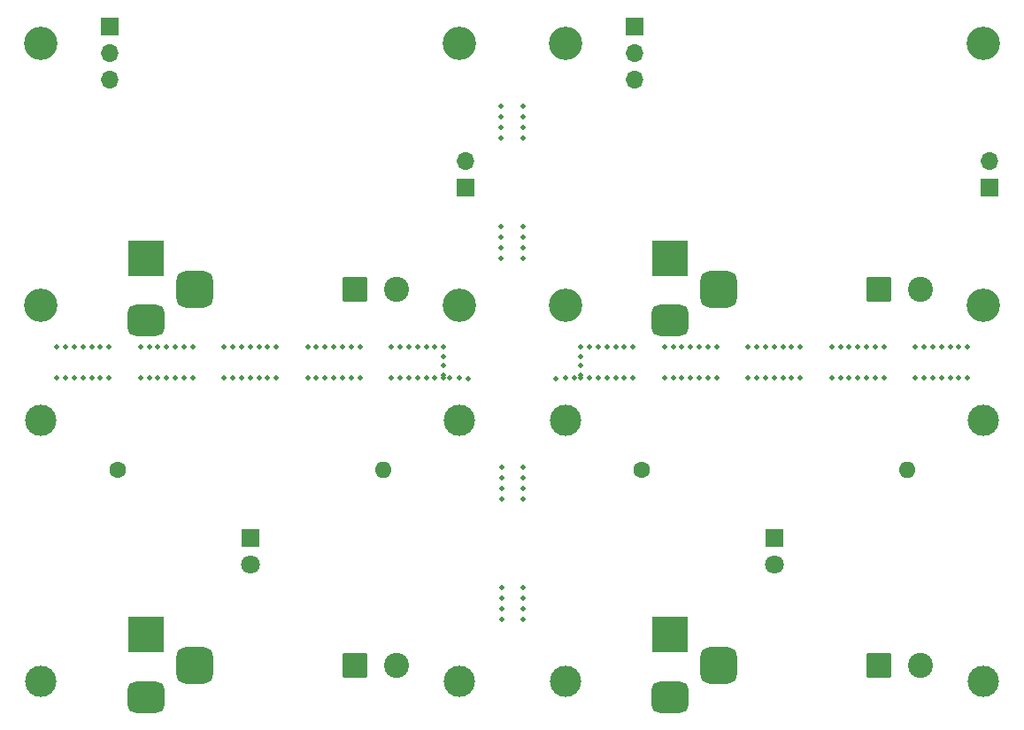
<source format=gbr>
%TF.GenerationSoftware,KiCad,Pcbnew,7.0.10*%
%TF.CreationDate,2024-03-03T12:06:43+01:00*%
%TF.ProjectId,explorer-panel,6578706c-6f72-4657-922d-70616e656c2e,rev?*%
%TF.SameCoordinates,Original*%
%TF.FileFunction,Soldermask,Bot*%
%TF.FilePolarity,Negative*%
%FSLAX46Y46*%
G04 Gerber Fmt 4.6, Leading zero omitted, Abs format (unit mm)*
G04 Created by KiCad (PCBNEW 7.0.10) date 2024-03-03 12:06:43*
%MOMM*%
%LPD*%
G01*
G04 APERTURE LIST*
G04 Aperture macros list*
%AMRoundRect*
0 Rectangle with rounded corners*
0 $1 Rounding radius*
0 $2 $3 $4 $5 $6 $7 $8 $9 X,Y pos of 4 corners*
0 Add a 4 corners polygon primitive as box body*
4,1,4,$2,$3,$4,$5,$6,$7,$8,$9,$2,$3,0*
0 Add four circle primitives for the rounded corners*
1,1,$1+$1,$2,$3*
1,1,$1+$1,$4,$5*
1,1,$1+$1,$6,$7*
1,1,$1+$1,$8,$9*
0 Add four rect primitives between the rounded corners*
20,1,$1+$1,$2,$3,$4,$5,0*
20,1,$1+$1,$4,$5,$6,$7,0*
20,1,$1+$1,$6,$7,$8,$9,0*
20,1,$1+$1,$8,$9,$2,$3,0*%
G04 Aperture macros list end*
%ADD10C,0.500000*%
%ADD11R,3.500000X3.500000*%
%ADD12RoundRect,0.750000X1.000000X-0.750000X1.000000X0.750000X-1.000000X0.750000X-1.000000X-0.750000X0*%
%ADD13RoundRect,0.875000X0.875000X-0.875000X0.875000X0.875000X-0.875000X0.875000X-0.875000X-0.875000X0*%
%ADD14C,3.200000*%
%ADD15RoundRect,0.250001X-0.949999X-0.949999X0.949999X-0.949999X0.949999X0.949999X-0.949999X0.949999X0*%
%ADD16C,2.400000*%
%ADD17R,1.800000X1.800000*%
%ADD18C,1.800000*%
%ADD19R,1.700000X1.700000*%
%ADD20O,1.700000X1.700000*%
%ADD21C,3.000000*%
%ADD22C,1.600000*%
%ADD23O,1.600000X1.600000*%
G04 APERTURE END LIST*
D10*
%TO.C,KiKit_MB_9_2*%
X50128000Y-46542666D03*
%TD*%
%TO.C,KiKit_MB_4_6*%
X80525333Y-33000000D03*
%TD*%
%TO.C,KiKit_MB_4_2*%
X33730666Y-33000000D03*
%TD*%
%TO.C,KiKit_MB_8_4*%
X55692000Y-35674143D03*
%TD*%
%TO.C,KiKit_MB_7_4*%
X50192000Y-21521334D03*
%TD*%
D11*
%TO.C,J2*%
X64192000Y-24500000D03*
D12*
X64192000Y-30500000D03*
D13*
X68892000Y-27500000D03*
%TD*%
D10*
%TO.C,KiKit_MB_9_7*%
X84692000Y-35936000D03*
%TD*%
%TO.C,KiKit_MB_3_4*%
X74192000Y-33000000D03*
%TD*%
D14*
%TO.C,H2*%
X94192000Y-4000000D03*
%TD*%
D10*
%TO.C,KiKit_MB_9_3*%
X81358666Y-35936000D03*
%TD*%
D14*
%TO.C,H2*%
X44064000Y-4000000D03*
%TD*%
D10*
%TO.C,KiKit_MB_1_1*%
X60692000Y-33000000D03*
%TD*%
%TO.C,KiKit_MB_8_5*%
X24897333Y-35936000D03*
%TD*%
%TO.C,KiKit_MB_1_6*%
X56525334Y-33000000D03*
%TD*%
%TO.C,KiKit_MB_10_5*%
X91025333Y-35936000D03*
%TD*%
%TO.C,KiKit_MB_5_2*%
X48128000Y-57053333D03*
%TD*%
%TO.C,KiKit_MB_10_5*%
X40897333Y-35936000D03*
%TD*%
D15*
%TO.C,_J1*%
X34064000Y-63500000D03*
D16*
X38024000Y-63500000D03*
%TD*%
D10*
%TO.C,KiKit_MB_2_3*%
X16897334Y-33000000D03*
%TD*%
%TO.C,KiKit_MB_3_3*%
X24897333Y-33000000D03*
%TD*%
D17*
%TO.C,_D2*%
X74192000Y-51250000D03*
D18*
X74192000Y-53790000D03*
%TD*%
D10*
%TO.C,KiKit_MB_6_7*%
X60692000Y-35936000D03*
%TD*%
%TO.C,KiKit_MB_6_5*%
X8897334Y-35936000D03*
%TD*%
%TO.C,KiKit_MB_6_1*%
X5564000Y-35936000D03*
%TD*%
%TO.C,KiKit_MB_2_5*%
X65358667Y-33000000D03*
%TD*%
D19*
%TO.C,JPROG1*%
X10668000Y-2349000D03*
D20*
X10668000Y-4889000D03*
X10668000Y-7429000D03*
%TD*%
D21*
%TO.C,_H2*%
X94192000Y-40000000D03*
%TD*%
D10*
%TO.C,KiKit_MB_10_2*%
X88525333Y-35936000D03*
%TD*%
%TO.C,KiKit_MB_9_4*%
X50128000Y-44542666D03*
%TD*%
D15*
%TO.C,J1*%
X34064000Y-27500000D03*
D16*
X38024000Y-27500000D03*
%TD*%
D10*
%TO.C,KiKit_MB_1_2*%
X9730667Y-33000000D03*
%TD*%
%TO.C,KiKit_MB_2_4*%
X16064000Y-33000000D03*
%TD*%
%TO.C,KiKit_MB_4_3*%
X83025333Y-33000000D03*
%TD*%
%TO.C,KiKit_MB_1_4*%
X58192000Y-33000000D03*
%TD*%
%TO.C,KiKit_MB_7_6*%
X67858667Y-35936000D03*
%TD*%
%TO.C,KiKit_MB_1_1*%
X10564000Y-33000000D03*
%TD*%
%TO.C,KiKit_MB_6_4*%
X58192000Y-35936000D03*
%TD*%
%TO.C,KiKit_MB_7_1*%
X63692000Y-35936000D03*
%TD*%
%TO.C,KiKit_MB_2_7*%
X63692000Y-33000000D03*
%TD*%
D21*
%TO.C,_H2*%
X44064000Y-40000000D03*
%TD*%
D10*
%TO.C,KiKit_MB_5_4*%
X40064000Y-33000000D03*
%TD*%
%TO.C,KiKit_MB_8_7*%
X26564000Y-35936000D03*
%TD*%
%TO.C,KiKit_MB_3_3*%
X75025333Y-33000000D03*
%TD*%
%TO.C,KiKit_MB_6_6*%
X59858667Y-35936000D03*
%TD*%
%TO.C,KiKit_MB_2_2*%
X17730667Y-33000000D03*
%TD*%
%TO.C,KiKit_MB_10_3*%
X39230666Y-35936000D03*
%TD*%
%TO.C,KiKit_MB_10_1*%
X87692000Y-35936000D03*
%TD*%
%TO.C,KiKit_MB_5_7*%
X87692000Y-33000000D03*
%TD*%
%TO.C,KiKit_MB_8_7*%
X55692000Y-33032000D03*
%TD*%
%TO.C,KiKit_MB_1_7*%
X5564000Y-33000000D03*
%TD*%
D14*
%TO.C,H4*%
X4064000Y-29000000D03*
%TD*%
D10*
%TO.C,KiKit_MB_10_3*%
X50128000Y-57053333D03*
%TD*%
%TO.C,KiKit_MB_8_3*%
X23230667Y-35936000D03*
%TD*%
%TO.C,KiKit_MB_9_5*%
X83025333Y-35936000D03*
%TD*%
%TO.C,KiKit_MB_9_5*%
X32897333Y-35936000D03*
%TD*%
%TO.C,KiKit_MB_2_1*%
X68692000Y-33000000D03*
%TD*%
%TO.C,KiKit_MB_8_6*%
X75858666Y-35936000D03*
%TD*%
%TO.C,KiKit_MB_1_2*%
X48064000Y-11010667D03*
%TD*%
%TO.C,KiKit_MB_9_4*%
X82192000Y-35936000D03*
%TD*%
%TO.C,KiKit_MB_8_5*%
X55692000Y-34793429D03*
%TD*%
%TO.C,KiKit_MB_2_2*%
X48064000Y-22521334D03*
%TD*%
%TO.C,KiKit_MB_5_3*%
X91025333Y-33000000D03*
%TD*%
%TO.C,KiKit_MB_3_6*%
X22397334Y-33000000D03*
%TD*%
%TO.C,KiKit_MB_6_4*%
X8064000Y-35936000D03*
%TD*%
%TO.C,KiKit_MB_4_5*%
X81358666Y-33000000D03*
%TD*%
%TO.C,KiKit_MB_10_4*%
X50128000Y-56053333D03*
%TD*%
%TO.C,KiKit_MB_3_2*%
X25730666Y-33000000D03*
%TD*%
%TO.C,KiKit_MB_3_4*%
X24064000Y-33000000D03*
%TD*%
%TO.C,KiKit_MB_2_1*%
X18564000Y-33000000D03*
%TD*%
%TO.C,KiKit_MB_10_4*%
X90192000Y-35936000D03*
%TD*%
%TO.C,KiKit_MB_2_2*%
X67858667Y-33000000D03*
%TD*%
%TO.C,KiKit_MB_3_7*%
X71692000Y-33000000D03*
%TD*%
D21*
%TO.C,_H3*%
X54192000Y-65000000D03*
%TD*%
D19*
%TO.C,JSPK1*%
X94792000Y-17724000D03*
D20*
X94792000Y-15184000D03*
%TD*%
D10*
%TO.C,KiKit_MB_3_7*%
X44937279Y-36032000D03*
%TD*%
%TO.C,KiKit_MB_1_2*%
X59858667Y-33000000D03*
%TD*%
%TO.C,KiKit_MB_6_1*%
X55692000Y-35936000D03*
%TD*%
%TO.C,KiKit_MB_3_7*%
X21564000Y-33000000D03*
%TD*%
%TO.C,KiKit_MB_4_4*%
X32064000Y-33000000D03*
%TD*%
D11*
%TO.C,_J2*%
X14064000Y-60500000D03*
D12*
X14064000Y-66500000D03*
D13*
X18764000Y-63500000D03*
%TD*%
D10*
%TO.C,KiKit_MB_7_6*%
X17730667Y-35936000D03*
%TD*%
%TO.C,KiKit_MB_6_7*%
X10564000Y-35936000D03*
%TD*%
D17*
%TO.C,_D2*%
X24064000Y-51250000D03*
D18*
X24064000Y-53790000D03*
%TD*%
D10*
%TO.C,KiKit_MB_7_3*%
X65358667Y-35936000D03*
%TD*%
D21*
%TO.C,_H1*%
X4064000Y-40000000D03*
%TD*%
D10*
%TO.C,KiKit_MB_1_6*%
X6397334Y-33000000D03*
%TD*%
%TO.C,KiKit_MB_5_4*%
X90192000Y-33000000D03*
%TD*%
%TO.C,KiKit_MB_8_7*%
X76692000Y-35936000D03*
%TD*%
%TO.C,KiKit_MB_1_3*%
X48064000Y-12010667D03*
%TD*%
%TO.C,KiKit_MB_3_2*%
X42564000Y-33912715D03*
%TD*%
D14*
%TO.C,H4*%
X54192000Y-29000000D03*
%TD*%
D10*
%TO.C,KiKit_MB_9_1*%
X79692000Y-35936000D03*
%TD*%
%TO.C,KiKit_MB_6_3*%
X57358667Y-35936000D03*
%TD*%
%TO.C,KiKit_MB_6_2*%
X6397334Y-35936000D03*
%TD*%
%TO.C,KiKit_MB_6_3*%
X7230667Y-35936000D03*
%TD*%
%TO.C,KiKit_MB_4_4*%
X48128000Y-47542666D03*
%TD*%
%TO.C,KiKit_MB_5_7*%
X37564000Y-33000000D03*
%TD*%
%TO.C,KiKit_MB_1_7*%
X55692000Y-33000000D03*
%TD*%
D19*
%TO.C,JPROG1*%
X60796000Y-2349000D03*
D20*
X60796000Y-4889000D03*
X60796000Y-7429000D03*
%TD*%
D10*
%TO.C,KiKit_MB_4_3*%
X32897333Y-33000000D03*
%TD*%
D22*
%TO.C,_R1*%
X61492000Y-44750000D03*
D23*
X86892000Y-44750000D03*
%TD*%
D10*
%TO.C,KiKit_MB_8_1*%
X21564000Y-35936000D03*
%TD*%
%TO.C,KiKit_MB_1_4*%
X48064000Y-13010667D03*
%TD*%
%TO.C,KiKit_MB_10_2*%
X38397333Y-35936000D03*
%TD*%
%TO.C,KiKit_MB_5_6*%
X38397333Y-33000000D03*
%TD*%
%TO.C,KiKit_MB_3_2*%
X75858666Y-33000000D03*
%TD*%
%TO.C,KiKit_MB_8_3*%
X55073141Y-35936000D03*
%TD*%
%TO.C,KiKit_MB_9_7*%
X34564000Y-35936000D03*
%TD*%
%TO.C,KiKit_MB_8_3*%
X73358667Y-35936000D03*
%TD*%
D11*
%TO.C,_J2*%
X64192000Y-60500000D03*
D12*
X64192000Y-66500000D03*
D13*
X68892000Y-63500000D03*
%TD*%
D10*
%TO.C,KiKit_MB_7_2*%
X50192000Y-23521334D03*
%TD*%
%TO.C,KiKit_MB_1_5*%
X57358667Y-33000000D03*
%TD*%
%TO.C,KiKit_MB_2_4*%
X66192000Y-33000000D03*
%TD*%
%TO.C,KiKit_MB_7_3*%
X50192000Y-22521334D03*
%TD*%
D21*
%TO.C,_H1*%
X54192000Y-40000000D03*
%TD*%
D14*
%TO.C,H1*%
X54192000Y-4000000D03*
%TD*%
D10*
%TO.C,KiKit_MB_2_7*%
X13564000Y-33000000D03*
%TD*%
%TO.C,KiKit_MB_7_2*%
X64525334Y-35936000D03*
%TD*%
%TO.C,KiKit_MB_1_3*%
X8897334Y-33000000D03*
%TD*%
%TO.C,KiKit_MB_5_3*%
X48128000Y-58053333D03*
%TD*%
%TO.C,KiKit_MB_10_6*%
X41730666Y-35936000D03*
%TD*%
%TO.C,KiKit_MB_7_1*%
X50192000Y-24521334D03*
%TD*%
%TO.C,KiKit_MB_5_3*%
X40897333Y-33000000D03*
%TD*%
%TO.C,KiKit_MB_1_5*%
X7230667Y-33000000D03*
%TD*%
%TO.C,KiKit_MB_1_3*%
X59025334Y-33000000D03*
%TD*%
%TO.C,KiKit_MB_5_5*%
X89358666Y-33000000D03*
%TD*%
%TO.C,KiKit_MB_10_2*%
X50128000Y-58053333D03*
%TD*%
%TO.C,KiKit_MB_7_1*%
X13564000Y-35936000D03*
%TD*%
%TO.C,KiKit_MB_3_3*%
X42564000Y-34793428D03*
%TD*%
%TO.C,KiKit_MB_4_2*%
X48128000Y-45542666D03*
%TD*%
%TO.C,KiKit_MB_10_7*%
X42564000Y-35936000D03*
%TD*%
%TO.C,KiKit_MB_2_1*%
X48064000Y-21521334D03*
%TD*%
%TO.C,KiKit_MB_7_7*%
X18564000Y-35936000D03*
%TD*%
%TO.C,KiKit_MB_8_6*%
X25730666Y-35936000D03*
%TD*%
%TO.C,KiKit_MB_3_5*%
X23230667Y-33000000D03*
%TD*%
%TO.C,KiKit_MB_2_5*%
X15230667Y-33000000D03*
%TD*%
%TO.C,KiKit_MB_7_5*%
X67025334Y-35936000D03*
%TD*%
%TO.C,KiKit_MB_8_4*%
X74192000Y-35936000D03*
%TD*%
D21*
%TO.C,_H4*%
X44064000Y-65000000D03*
%TD*%
D15*
%TO.C,J1*%
X84192000Y-27500000D03*
D16*
X88152000Y-27500000D03*
%TD*%
D10*
%TO.C,KiKit_MB_2_4*%
X48064000Y-24521334D03*
%TD*%
%TO.C,KiKit_MB_9_6*%
X33730666Y-35936000D03*
%TD*%
%TO.C,KiKit_MB_2_6*%
X14397334Y-33000000D03*
%TD*%
%TO.C,KiKit_MB_8_1*%
X53318719Y-36032000D03*
%TD*%
D14*
%TO.C,H1*%
X4064000Y-4000000D03*
%TD*%
D10*
%TO.C,KiKit_MB_5_2*%
X41730666Y-33000000D03*
%TD*%
%TO.C,KiKit_MB_7_2*%
X14397334Y-35936000D03*
%TD*%
%TO.C,KiKit_MB_7_3*%
X15230667Y-35936000D03*
%TD*%
%TO.C,KiKit_MB_4_4*%
X82192000Y-33000000D03*
%TD*%
%TO.C,KiKit_MB_6_5*%
X59025334Y-35936000D03*
%TD*%
%TO.C,KiKit_MB_9_4*%
X32064000Y-35936000D03*
%TD*%
%TO.C,KiKit_MB_10_3*%
X89358666Y-35936000D03*
%TD*%
%TO.C,KiKit_MB_4_1*%
X84692000Y-33000000D03*
%TD*%
%TO.C,KiKit_MB_4_6*%
X30397333Y-33000000D03*
%TD*%
%TO.C,KiKit_MB_8_4*%
X24064000Y-35936000D03*
%TD*%
%TO.C,KiKit_MB_7_4*%
X66192000Y-35936000D03*
%TD*%
%TO.C,KiKit_MB_6_3*%
X50192000Y-11010667D03*
%TD*%
D22*
%TO.C,_R1*%
X11364000Y-44750000D03*
D23*
X36764000Y-44750000D03*
%TD*%
D10*
%TO.C,KiKit_MB_4_7*%
X29564000Y-33000000D03*
%TD*%
%TO.C,KiKit_MB_5_1*%
X42564000Y-33000000D03*
%TD*%
D14*
%TO.C,H3*%
X94192000Y-29000000D03*
%TD*%
D10*
%TO.C,KiKit_MB_5_6*%
X88525333Y-33000000D03*
%TD*%
%TO.C,KiKit_MB_9_3*%
X50128000Y-45542666D03*
%TD*%
%TO.C,KiKit_MB_10_4*%
X40064000Y-35936000D03*
%TD*%
%TO.C,KiKit_MB_6_4*%
X50192000Y-10010667D03*
%TD*%
%TO.C,KiKit_MB_4_3*%
X48128000Y-46542666D03*
%TD*%
%TO.C,KiKit_MB_9_3*%
X31230666Y-35936000D03*
%TD*%
%TO.C,KiKit_MB_3_1*%
X42564000Y-33032000D03*
%TD*%
D14*
%TO.C,H3*%
X44064000Y-29000000D03*
%TD*%
D15*
%TO.C,_J1*%
X84192000Y-63500000D03*
D16*
X88152000Y-63500000D03*
%TD*%
D10*
%TO.C,KiKit_MB_9_1*%
X29564000Y-35936000D03*
%TD*%
%TO.C,KiKit_MB_6_2*%
X56525334Y-35936000D03*
%TD*%
%TO.C,KiKit_MB_8_5*%
X75025333Y-35936000D03*
%TD*%
%TO.C,KiKit_MB_3_1*%
X26564000Y-33000000D03*
%TD*%
%TO.C,KiKit_MB_8_2*%
X54192427Y-35936000D03*
%TD*%
%TO.C,KiKit_MB_4_1*%
X34564000Y-33000000D03*
%TD*%
%TO.C,KiKit_MB_9_2*%
X30397333Y-35936000D03*
%TD*%
%TO.C,KiKit_MB_10_7*%
X92692000Y-35936000D03*
%TD*%
%TO.C,KiKit_MB_2_6*%
X64525334Y-33000000D03*
%TD*%
%TO.C,KiKit_MB_7_5*%
X16897334Y-35936000D03*
%TD*%
%TO.C,KiKit_MB_3_6*%
X72525334Y-33000000D03*
%TD*%
%TO.C,KiKit_MB_4_5*%
X31230666Y-33000000D03*
%TD*%
%TO.C,KiKit_MB_5_2*%
X91858666Y-33000000D03*
%TD*%
%TO.C,KiKit_MB_8_1*%
X71692000Y-35936000D03*
%TD*%
%TO.C,KiKit_MB_6_6*%
X9730667Y-35936000D03*
%TD*%
%TO.C,KiKit_MB_6_2*%
X50192000Y-12010667D03*
%TD*%
%TO.C,KiKit_MB_3_1*%
X76692000Y-33000000D03*
%TD*%
%TO.C,KiKit_MB_5_4*%
X48128000Y-59053333D03*
%TD*%
D21*
%TO.C,_H3*%
X4064000Y-65000000D03*
%TD*%
D10*
%TO.C,KiKit_MB_10_1*%
X50128000Y-59053333D03*
%TD*%
%TO.C,KiKit_MB_3_5*%
X73358667Y-33000000D03*
%TD*%
%TO.C,KiKit_MB_2_3*%
X67025334Y-33000000D03*
%TD*%
%TO.C,KiKit_MB_5_1*%
X48128000Y-56053333D03*
%TD*%
%TO.C,KiKit_MB_6_1*%
X50192000Y-13010667D03*
%TD*%
D19*
%TO.C,JSPK1*%
X44664000Y-17724000D03*
D20*
X44664000Y-15184000D03*
%TD*%
D10*
%TO.C,KiKit_MB_8_2*%
X22397334Y-35936000D03*
%TD*%
%TO.C,KiKit_MB_3_4*%
X42564000Y-35674143D03*
%TD*%
%TO.C,KiKit_MB_8_6*%
X55692000Y-33912715D03*
%TD*%
%TO.C,KiKit_MB_3_6*%
X44063572Y-35936000D03*
%TD*%
%TO.C,KiKit_MB_8_2*%
X72525334Y-35936000D03*
%TD*%
D11*
%TO.C,J2*%
X14064000Y-24500000D03*
D12*
X14064000Y-30500000D03*
D13*
X18764000Y-27500000D03*
%TD*%
D10*
%TO.C,KiKit_MB_10_1*%
X37564000Y-35936000D03*
%TD*%
%TO.C,KiKit_MB_3_5*%
X43182857Y-35936000D03*
%TD*%
%TO.C,KiKit_MB_4_1*%
X48128000Y-44542666D03*
%TD*%
%TO.C,KiKit_MB_5_5*%
X39230666Y-33000000D03*
%TD*%
%TO.C,KiKit_MB_4_2*%
X83858666Y-33000000D03*
%TD*%
%TO.C,KiKit_MB_2_3*%
X48064000Y-23521334D03*
%TD*%
%TO.C,KiKit_MB_7_7*%
X68692000Y-35936000D03*
%TD*%
%TO.C,KiKit_MB_9_6*%
X83858666Y-35936000D03*
%TD*%
%TO.C,KiKit_MB_1_1*%
X48064000Y-10010667D03*
%TD*%
%TO.C,KiKit_MB_4_7*%
X79692000Y-33000000D03*
%TD*%
%TO.C,KiKit_MB_5_1*%
X92692000Y-33000000D03*
%TD*%
%TO.C,KiKit_MB_10_6*%
X91858666Y-35936000D03*
%TD*%
D21*
%TO.C,_H4*%
X94192000Y-65000000D03*
%TD*%
D10*
%TO.C,KiKit_MB_9_1*%
X50128000Y-47542666D03*
%TD*%
%TO.C,KiKit_MB_7_4*%
X16064000Y-35936000D03*
%TD*%
%TO.C,KiKit_MB_9_2*%
X80525333Y-35936000D03*
%TD*%
%TO.C,KiKit_MB_1_4*%
X8064000Y-33000000D03*
%TD*%
M02*

</source>
